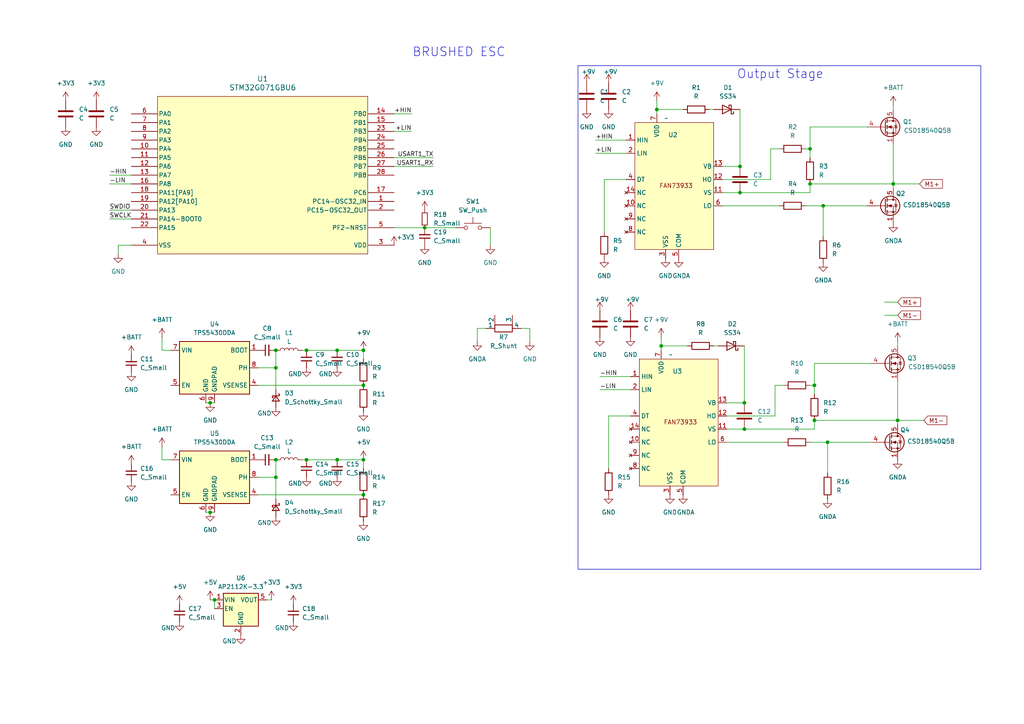
<source format=kicad_sch>
(kicad_sch (version 20231120) (generator "eeschema") (generator_version "8.0")
  (paper "A4")
  (title_block (title "Brushed ESC") (date "2024-12-22") (rev "1") (company "Cosmopilot"))
  (lib_symbols
    (symbol "Device:C" (pin_numbers hide) (pin_names (offset 0.254))
      (property "Reference" "C" (at 0.635 2.54 0))
      (property "Value" "C" (at 0.635 -2.54 0))
      (symbol "C_0_1"
        (polyline (pts (xy -2.032 -0.762) (xy 2.032 -0.762)) (stroke (width 0.508)))
        (polyline (pts (xy -2.032 0.762) (xy 2.032 0.762)) (stroke (width 0.508)))
      )
      (symbol "C_1_1"
        (pin passive line (at 0 3.81 270) (length 2.794) (name "~") (number "1"))
        (pin passive line (at 0 -3.81 90) (length 2.794) (name "~") (number "2"))
      )
    )
    (symbol "Device:C_Small" (pin_numbers hide) (pin_names (offset 0.254) hide)
      (property "Reference" "C" (at 0.254 1.778 0))
      (property "Value" "C_Small" (at 0.254 -2.032 0))
      (symbol "C_Small_0_1"
        (polyline (pts (xy -1.524 -0.508) (xy 1.524 -0.508)) (stroke (width 0.3302)))
        (polyline (pts (xy -1.524 0.508) (xy 1.524 0.508)) (stroke (width 0.3048)))
      )
      (symbol "C_Small_1_1"
        (pin passive line (at 0 2.54 270) (length 2.032) (name "~") (number "1"))
        (pin passive line (at 0 -2.54 90) (length 2.032) (name "~") (number "2"))
      )
    )
    (symbol "Device:D_Schottky_Small" (pin_numbers hide) (pin_names (offset 0.254) hide)
      (property "Reference" "D" (at -1.27 2.032 0))
      (property "Value" "D_Schottky_Small" (at -7.112 -2.032 0))
      (symbol "D_Schottky_Small_0_1"
        (polyline (pts (xy -0.762 0) (xy 0.762 0)))
        (polyline (pts (xy 0.762 -1.016) (xy -0.762 0) (xy 0.762 1.016) (xy 0.762 -1.016)) (stroke (width 0.254)))
        (polyline (pts (xy -1.27 0.762) (xy -1.27 1.016) (xy -0.762 1.016) (xy -0.762 -1.016) (xy -0.254 -1.016) (xy -0.254 -0.762)) (stroke (width 0.254)))
      )
      (symbol "D_Schottky_Small_1_1"
        (pin passive line (at -2.54 0 0) (length 1.778) (name "K") (number "1"))
        (pin passive line (at 2.54 0 180) (length 1.778) (name "A") (number "2"))
      )
    )
    (symbol "Device:L" (pin_numbers hide) (pin_names (offset 1.016) hide)
      (property "Reference" "L" (at -1.27 0 90))
      (property "Value" "L" (at 1.905 0 90))
      (symbol "L_0_1"
        (arc (start 0 -2.54) (mid 0.6323 -1.905) (end 0 -1.27))
        (arc (start 0 -1.27) (mid 0.6323 -0.635) (end 0 0))
        (arc (start 0 0) (mid 0.6323 0.635) (end 0 1.27))
        (arc (start 0 1.27) (mid 0.6323 1.905) (end 0 2.54))
      )
      (symbol "L_1_1"
        (pin passive line (at 0 3.81 270) (length 1.27) (name "1") (number "1"))
        (pin passive line (at 0 -3.81 90) (length 1.27) (name "2") (number "2"))
      )
    )
    (symbol "Device:R" (pin_numbers hide) (pin_names (offset 0))
      (property "Reference" "R" (at 2.032 0 90))
      (property "Value" "R" (at 0 0 90))
      (symbol "R_0_1"
        (rectangle (start -1.016 -2.54) (end 1.016 2.54) (stroke (width 0.254)))
      )
      (symbol "R_1_1"
        (pin passive line (at 0 3.81 270) (length 1.27) (name "~") (number "1"))
        (pin passive line (at 0 -3.81 90) (length 1.27) (name "~") (number "2"))
      )
    )
    (symbol "Device:R_Shunt" (pin_numbers hide) (pin_names (offset 0))
      (property "Reference" "R" (at -4.445 0 90))
      (property "Value" "R_Shunt" (at -2.54 0 90))
      (symbol "R_Shunt_0_1"
        (rectangle (start -1.016 -2.54) (end 1.016 2.54) (stroke (width 0.254)))
        (polyline (pts (xy 0 -2.54) (xy 1.27 -2.54)))
        (polyline (pts (xy 1.27 2.54) (xy 0 2.54)))
      )
      (symbol "R_Shunt_1_1"
        (pin passive line (at 0 5.08 270) (length 2.54) (name "1") (number "1"))
        (pin passive line (at 3.81 2.54 180) (length 2.54) (name "2") (number "2"))
        (pin passive line (at 3.81 -2.54 180) (length 2.54) (name "3") (number "3"))
        (pin passive line (at 0 -5.08 90) (length 2.54) (name "4") (number "4"))
      )
    )
    (symbol "Device:R_Small" (pin_numbers hide) (pin_names (offset 0.254) hide)
      (property "Reference" "R" (at 0.762 0.508 0))
      (property "Value" "R_Small" (at 0.762 -1.016 0))
      (symbol "R_Small_0_1"
        (rectangle (start -0.762 1.778) (end 0.762 -1.778) (stroke (width 0.2032)))
      )
      (symbol "R_Small_1_1"
        (pin passive line (at 0 2.54 270) (length 0.762) (name "~") (number "1"))
        (pin passive line (at 0 -2.54 90) (length 0.762) (name "~") (number "2"))
      )
    )
    (symbol "Diode:SS34" (pin_numbers hide) (pin_names (offset 1.016) hide)
      (property "Reference" "D" (at 0 2.54 0))
      (property "Value" "SS34" (at 0 -2.54 0))
      (symbol "SS34_0_1"
        (polyline (pts (xy 1.27 0) (xy -1.27 0)))
        (polyline (pts (xy 1.27 1.27) (xy 1.27 -1.27) (xy -1.27 0) (xy 1.27 1.27)) (stroke (width 0.254)))
        (polyline (pts (xy -1.905 0.635) (xy -1.905 1.27) (xy -1.27 1.27) (xy -1.27 -1.27) (xy -0.635 -1.27) (xy -0.635 -0.635)) (stroke (width 0.254)))
      )
      (symbol "SS34_1_1"
        (pin passive line (at -3.81 0 0) (length 2.54) (name "K") (number "1"))
        (pin passive line (at 3.81 0 180) (length 2.54) (name "A") (number "2"))
      )
    )
    (symbol "Regulator_Linear:AP2112K-3.3" (pin_names (offset 0.254))
      (property "Reference" "U" (at -5.08 5.715 0))
      (property "Value" "AP2112K-3.3" (at 0 5.715 0))
      (symbol "AP2112K-3.3_0_1"
        (rectangle (start -5.08 4.445) (end 5.08 -5.08) (stroke (width 0.254)) (fill (type background)))
      )
      (symbol "AP2112K-3.3_1_1"
        (pin power_in line (at -7.62 2.54 0) (length 2.54) (name "VIN") (number "1"))
        (pin power_in line (at 0 -7.62 90) (length 2.54) (name "GND") (number "2"))
        (pin input line (at -7.62 0 0) (length 2.54) (name "EN") (number "3"))
        (pin no_connect line (at 5.08 0 180) (length 2.54) hide (name "NC") (number "4"))
        (pin power_out line (at 7.62 2.54 180) (length 2.54) (name "VOUT") (number "5"))
      )
    )
    (symbol "Regulator_Switching:TPS5430DDA"
      (property "Reference" "U" (at -10.16 8.89 0))
      (property "Value" "TPS5430DDA" (at -1.27 8.89 0))
      (symbol "TPS5430DDA_0_1"
        (rectangle (start -10.16 7.62) (end 10.16 -7.62) (stroke (width 0.254)) (fill (type background)))
      )
      (symbol "TPS5430DDA_1_1"
        (pin input line (at 12.7 5.08 180) (length 2.54) (name "BOOT") (number "1"))
        (pin no_connect line (at -10.16 2.54 0) (length 2.54) hide (name "NC") (number "2"))
        (pin no_connect line (at -10.16 -2.54 0) (length 2.54) hide (name "NC") (number "3"))
        (pin input line (at 12.7 -5.08 180) (length 2.54) (name "VSENSE") (number "4"))
        (pin input line (at -12.7 -5.08 0) (length 2.54) (name "EN") (number "5"))
        (pin power_in line (at -2.54 -10.16 90) (length 2.54) (name "GND") (number "6"))
        (pin power_in line (at -12.7 5.08 0) (length 2.54) (name "VIN") (number "7"))
        (pin output line (at 12.7 0 180) (length 2.54) (name "PH") (number "8"))
        (pin power_in line (at 0 -10.16 90) (length 2.54) (name "GNDPAD") (number "9"))
      )
    )
    (symbol "STM32G071:STM32G071GBU6" (pin_names (offset 0.254))
      (property "Reference" "U1" (at 38.1 10.16 0))
      (property "Value" "STM32G071GBU6" (at 38.1 7.62 0))
      (symbol "STM32G071GBU6_0_1"
        (pin bidirectional line (at 76.2 -25.4 180) (length 7.62) (name "PC14-OSC32_IN") (number "1"))
        (pin bidirectional line (at 0 -10.16 0) (length 7.62) (name "PA4") (number "10"))
        (pin bidirectional line (at 0 -12.7 0) (length 7.62) (name "PA5") (number "11"))
        (pin bidirectional line (at 0 -15.24 0) (length 7.62) (name "PA6") (number "12"))
        (pin bidirectional line (at 0 -17.78 0) (length 7.62) (name "PA7") (number "13"))
        (pin bidirectional line (at 76.2 0 180) (length 7.62) (name "PB0") (number "14"))
        (pin bidirectional line (at 76.2 -2.54 180) (length 7.62) (name "PB1") (number "15"))
        (pin bidirectional line (at 0 -20.32 0) (length 7.62) (name "PA8") (number "16"))
        (pin bidirectional line (at 76.2 -22.86 180) (length 7.62) (name "PC6") (number "17"))
        (pin bidirectional line (at 0 -22.86 0) (length 7.62) (name "PA11[PA9]") (number "18"))
        (pin bidirectional line (at 0 -25.4 0) (length 7.62) (name "PA12[PA10]") (number "19"))
        (pin bidirectional line (at 76.2 -27.94 180) (length 7.62) (name "PC15-OSC32_OUT") (number "2"))
        (pin bidirectional line (at 0 -27.94 0) (length 7.62) (name "PA13") (number "20"))
        (pin bidirectional line (at 0 -30.48 0) (length 7.62) (name "PA14-BOOT0") (number "21"))
        (pin bidirectional line (at 0 -33.02 0) (length 7.62) (name "PA15") (number "22"))
        (pin bidirectional line (at 76.2 -5.08 180) (length 7.62) (name "PB3") (number "23"))
        (pin bidirectional line (at 76.2 -7.62 180) (length 7.62) (name "PB4") (number "24"))
        (pin bidirectional line (at 76.2 -10.16 180) (length 7.62) (name "PB5") (number "25"))
        (pin bidirectional line (at 76.2 -12.7 180) (length 7.62) (name "PB6") (number "26"))
        (pin bidirectional line (at 76.2 -15.24 180) (length 7.62) (name "PB7") (number "27"))
        (pin bidirectional line (at 76.2 -17.78 180) (length 7.62) (name "PB8") (number "28"))
        (pin power_in line (at 76.2 -38.1 180) (length 7.62) (name "VDD") (number "3"))
        (pin power_in line (at 0 -38.1 0) (length 7.62) (name "VSS") (number "4"))
        (pin bidirectional line (at 76.2 -33.02 180) (length 7.62) (name "PF2-NRST") (number "5"))
        (pin bidirectional line (at 0 0 0) (length 7.62) (name "PA0") (number "6"))
        (pin bidirectional line (at 0 -2.54 0) (length 7.62) (name "PA1") (number "7"))
        (pin bidirectional line (at 0 -5.08 0) (length 7.62) (name "PA2") (number "8"))
        (pin bidirectional line (at 0 -7.62 0) (length 7.62) (name "PA3") (number "9"))
      )
      (symbol "STM32G071GBU6_1_1"
        (rectangle (start 7.62 5.08) (end 68.58 -40.64) (fill (type background)))
      )
    )
    (symbol "Switch:SW_Push" (pin_numbers hide) (pin_names (offset 1.016) hide)
      (property "Reference" "SW" (at 1.27 2.54 0))
      (property "Value" "SW_Push" (at 0 -1.524 0))
      (symbol "SW_Push_0_1"
        (circle (center -2.032 0) (radius 0.508))
        (polyline (pts (xy 0 1.27) (xy 0 3.048)))
        (polyline (pts (xy 2.54 1.27) (xy -2.54 1.27)))
        (circle (center 2.032 0) (radius 0.508))
        (pin passive line (at -5.08 0 0) (length 2.54) (name "1") (number "1"))
        (pin passive line (at 5.08 0 180) (length 2.54) (name "2") (number "2"))
      )
    )
    (symbol "Transistor_FET:CSD18540Q5B" (pin_names hide)
      (property "Reference" "Q" (at 5.08 1.905 0))
      (property "Value" "CSD18540Q5B" (at 5.08 0 0))
      (symbol "CSD18540Q5B_0_1"
        (polyline (pts (xy 0.254 0) (xy -2.54 0)))
        (polyline (pts (xy 0.254 1.905) (xy 0.254 -1.905)) (stroke (width 0.254)))
        (polyline (pts (xy 0.762 -1.27) (xy 0.762 -2.286)) (stroke (width 0.254)))
        (polyline (pts (xy 0.762 0.508) (xy 0.762 -0.508)) (stroke (width 0.254)))
        (polyline (pts (xy 0.762 2.286) (xy 0.762 1.27)) (stroke (width 0.254)))
        (polyline (pts (xy 2.54 2.54) (xy 2.54 1.778)))
        (polyline (pts (xy 2.54 -2.54) (xy 2.54 0) (xy 0.762 0)))
        (polyline (pts (xy 0.762 -1.778) (xy 3.302 -1.778) (xy 3.302 1.778) (xy 0.762 1.778)))
        (polyline (pts (xy 1.016 0) (xy 2.032 0.381) (xy 2.032 -0.381) (xy 1.016 0)) (fill (type outline)))
        (polyline (pts (xy 2.794 0.508) (xy 2.921 0.381) (xy 3.683 0.381) (xy 3.81 0.254)))
        (polyline (pts (xy 3.302 0.381) (xy 2.921 -0.254) (xy 3.683 -0.254) (xy 3.302 0.381)))
        (circle (center 1.651 0) (radius 2.794) (stroke (width 0.254)))
        (circle (center 2.54 -1.778) (radius 0.254) (fill (type outline)))
        (circle (center 2.54 1.778) (radius 0.254) (fill (type outline)))
      )
      (symbol "CSD18540Q5B_1_1"
        (pin passive line (at 2.54 -5.08 90) (length 2.54) (name "S") (number "1"))
        (pin passive line (at 2.54 -5.08 90) (length 2.54) hide (name "S") (number "2"))
        (pin passive line (at 2.54 -5.08 90) (length 2.54) hide (name "S") (number "3"))
        (pin passive line (at -5.08 0 0) (length 2.54) (name "G") (number "4"))
        (pin passive line (at 2.54 5.08 270) (length 2.54) (name "D") (number "5"))
      )
    )
    (symbol "fan73933gatedriveric_1"
      (property "Reference" "U" (at 14.986 1.524 0))
      (symbol "fan73933gatedriveric_1_1_1"
        (rectangle (start -5.08 0) (end 17.78 -36.83) (fill (type background)))
        (text "FAN73933\n" (at 6.858 -18.288 0) (effects (font (size 1.27 1.27))))
        (pin input line (at -7.62 -5.08 0) (length 2.54) (name "HIN") (number "1"))
        (pin no_connect line (at -7.62 -24.13 0) (length 2.54) (name "NC") (number "10"))
        (pin input line (at 20.32 -20.32 180) (length 2.54) (name "VS") (number "11"))
        (pin output line (at 20.32 -16.51 180) (length 2.54) (name "HO") (number "12"))
        (pin output line (at 20.32 -12.7 180) (length 2.54) (name "VB") (number "13"))
        (pin no_connect line (at -7.62 -20.32 0) (length 2.54) (name "NC") (number "14"))
        (pin input line (at -7.62 -8.89 0) (length 2.54) (name "LIN") (number "2"))
        (pin passive line (at 3.81 -39.37 90) (length 2.54) (name "VSS") (number "3"))
        (pin passive line (at -7.62 -16.51 0) (length 2.54) (name "DT") (number "4"))
        (pin passive line (at 7.62 -39.37 90) (length 2.54) (name "COM") (number "5"))
        (pin passive line (at 20.32 -24.13 180) (length 2.54) (name "LO") (number "6"))
        (pin power_in line (at 1.27 2.54 270) (length 2.54) (name "VDD") (number "7"))
        (pin no_connect line (at -7.62 -31.75 0) (length 2.54) (name "NC") (number "8"))
        (pin no_connect line (at -7.62 -27.94 0) (length 2.54) (name "NC") (number "9"))
      )
    )
    (symbol "power:+3V3" (power) (pin_numbers hide) (pin_names (offset 0) hide)
      (property "Value" "+3V3" (at 0 3.556 0))
      (symbol "+3V3_0_1"
        (polyline (pts (xy -0.762 1.27) (xy 0 2.54)))
        (polyline (pts (xy 0 0) (xy 0 2.54)))
        (polyline (pts (xy 0 2.54) (xy 0.762 1.27)))
      )
      (symbol "+3V3_1_1"
        (pin power_in line (at 0 0 90) (length 0) (name "~") (number "1"))
      )
    )
    (symbol "power:+5V" (power) (pin_numbers hide) (pin_names (offset 0) hide)
      (property "Value" "+5V" (at 0 3.556 0))
      (symbol "+5V_0_1"
        (polyline (pts (xy -0.762 1.27) (xy 0 2.54)))
        (polyline (pts (xy 0 0) (xy 0 2.54)))
        (polyline (pts (xy 0 2.54) (xy 0.762 1.27)))
      )
      (symbol "+5V_1_1"
        (pin power_in line (at 0 0 90) (length 0) (name "~") (number "1"))
      )
    )
    (symbol "power:+9V" (power) (pin_numbers hide) (pin_names (offset 0) hide)
      (property "Value" "+9V" (at 0 3.556 0))
      (symbol "+9V_0_1"
        (polyline (pts (xy -0.762 1.27) (xy 0 2.54)))
        (polyline (pts (xy 0 0) (xy 0 2.54)))
        (polyline (pts (xy 0 2.54) (xy 0.762 1.27)))
      )
      (symbol "+9V_1_1"
        (pin power_in line (at 0 0 90) (length 0) (name "~") (number "1"))
      )
    )
    (symbol "power:+BATT" (power) (pin_numbers hide) (pin_names (offset 0) hide)
      (property "Value" "+BATT" (at 0 3.556 0))
      (symbol "+BATT_0_1"
        (polyline (pts (xy -0.762 1.27) (xy 0 2.54)))
        (polyline (pts (xy 0 0) (xy 0 2.54)))
        (polyline (pts (xy 0 2.54) (xy 0.762 1.27)))
      )
      (symbol "+BATT_1_1"
        (pin power_in line (at 0 0 90) (length 0) (name "~") (number "1"))
      )
    )
    (symbol "power:GND" (power) (pin_numbers hide) (pin_names (offset 0) hide)
      (property "Value" "GND" (at 0 -3.81 0))
      (symbol "GND_0_1"
        (polyline (pts (xy 0 0) (xy 0 -1.27) (xy 1.27 -1.27) (xy 0 -2.54) (xy -1.27 -1.27) (xy 0 -1.27)))
      )
      (symbol "GND_1_1"
        (pin power_in line (at 0 0 270) (length 0) (name "~") (number "1"))
      )
    )
    (symbol "power:GNDA" (power) (pin_numbers hide) (pin_names (offset 0) hide)
      (property "Value" "GNDA" (at 0 -3.81 0))
      (symbol "GNDA_0_1"
        (polyline (pts (xy 0 0) (xy 0 -1.27) (xy 1.27 -1.27) (xy 0 -2.54) (xy -1.27 -1.27) (xy 0 -1.27)))
      )
      (symbol "GNDA_1_1"
        (pin power_in line (at 0 0 270) (length 0) (name "~") (number "1"))
      )
    )
  )
  (junction (at 105.41 111.76))
  (junction (at 123.19 66.04))
  (junction (at 238.76 59.69))
  (junction (at 62.23 173.99))
  (junction (at 234.95 43.18))
  (junction (at 80.01 133.35))
  (junction (at 88.9 133.35))
  (junction (at 80.01 138.43))
  (junction (at 80.01 106.68))
  (junction (at 260.35 121.92))
  (junction (at 190.5 31.75))
  (junction (at 60.96 148.59))
  (junction (at 97.79 101.6))
  (junction (at 236.22 111.76))
  (junction (at 105.41 101.6))
  (junction (at 259.08 53.34))
  (junction (at 80.01 101.6))
  (junction (at 105.41 133.35))
  (junction (at 97.79 133.35))
  (junction (at 214.63 55.88))
  (junction (at 236.22 121.92))
  (junction (at 191.77 100.33))
  (junction (at 240.03 128.27))
  (junction (at 88.9 101.6))
  (junction (at 215.9 116.84))
  (junction (at 105.41 143.51))
  (junction (at 215.9 124.46))
  (junction (at 234.95 53.34))
  (junction (at 60.96 116.84))
  (junction (at 214.63 48.26))
  (wire (pts (xy 60.96 173.99) (xy 62.23 173.99)))
  (wire (pts (xy 252.73 128.27) (xy 240.03 128.27)))
  (wire (pts (xy 233.68 59.69) (xy 238.76 59.69)))
  (wire (pts (xy 138.43 99.06) (xy 138.43 95.25)))
  (wire (pts (xy 74.93 111.76) (xy 105.41 111.76)))
  (wire (pts (xy 191.77 97.79) (xy 191.77 100.33)))
  (wire (pts (xy 34.29 71.12) (xy 38.1 71.12)))
  (wire (pts (xy 77.47 173.99) (xy 78.74 173.99)))
  (wire (pts (xy 210.82 124.46) (xy 215.9 124.46)))
  (wire (pts (xy 233.68 43.18) (xy 234.95 43.18)))
  (wire (pts (xy 205.74 31.75) (xy 207.01 31.75)))
  (wire (pts (xy 80.01 101.6) (xy 80.01 106.68)))
  (wire (pts (xy 251.46 36.83) (xy 234.95 36.83)))
  (wire (pts (xy 138.43 95.25) (xy 140.97 95.25)))
  (wire (pts (xy 209.55 55.88) (xy 214.63 55.88)))
  (wire (pts (xy 191.77 100.33) (xy 191.77 101.6)))
  (wire (pts (xy 105.41 133.35) (xy 105.41 135.89)))
  (wire (pts (xy 223.52 52.07) (xy 209.55 52.07)))
  (wire (pts (xy 114.3 38.1) (xy 119.38 38.1)))
  (wire (pts (xy 236.22 111.76) (xy 236.22 114.3)))
  (wire (pts (xy 259.08 41.91) (xy 259.08 53.34)))
  (wire (pts (xy 224.79 120.65) (xy 210.82 120.65)))
  (wire (pts (xy 59.69 148.59) (xy 60.96 148.59)))
  (wire (pts (xy 209.55 48.26) (xy 214.63 48.26)))
  (wire (pts (xy 114.3 33.02) (xy 119.38 33.02)))
  (wire (pts (xy 175.26 52.07) (xy 181.61 52.07)))
  (wire (pts (xy 234.95 36.83) (xy 234.95 43.18)))
  (wire (pts (xy 234.95 43.18) (xy 234.95 45.72)))
  (wire (pts (xy 74.93 138.43) (xy 80.01 138.43)))
  (wire (pts (xy 226.06 43.18) (xy 223.52 43.18)))
  (wire (pts (xy 238.76 59.69) (xy 238.76 68.58)))
  (wire (pts (xy 190.5 31.75) (xy 190.5 33.02)))
  (wire (pts (xy 46.99 133.35) (xy 46.99 129.54)))
  (wire (pts (xy 240.03 128.27) (xy 240.03 137.16)))
  (wire (pts (xy 60.96 116.84) (xy 62.23 116.84)))
  (wire (pts (xy 234.95 128.27) (xy 240.03 128.27)))
  (wire (pts (xy 80.01 106.68) (xy 80.01 113.03)))
  (wire (pts (xy 207.01 100.33) (xy 208.28 100.33)))
  (wire (pts (xy 97.79 101.6) (xy 105.41 101.6)))
  (wire (pts (xy 173.99 109.22) (xy 182.88 109.22)))
  (wire (pts (xy 49.53 133.35) (xy 46.99 133.35)))
  (wire (pts (xy 260.35 110.49) (xy 260.35 121.92)))
  (wire (pts (xy 173.99 113.03) (xy 182.88 113.03)))
  (wire (pts (xy 267.97 121.92) (xy 260.35 121.92)))
  (wire (pts (xy 234.95 53.34) (xy 259.08 53.34)))
  (wire (pts (xy 215.9 100.33) (xy 215.9 116.84)))
  (wire (pts (xy 214.63 31.75) (xy 214.63 48.26)))
  (wire (pts (xy 190.5 31.75) (xy 198.12 31.75)))
  (wire (pts (xy 224.79 111.76) (xy 224.79 120.65)))
  (wire (pts (xy 80.01 133.35) (xy 80.01 138.43)))
  (wire (pts (xy 31.75 50.8) (xy 38.1 50.8)))
  (wire (pts (xy 114.3 66.04) (xy 123.19 66.04)))
  (wire (pts (xy 97.79 133.35) (xy 105.41 133.35)))
  (wire (pts (xy 251.46 59.69) (xy 238.76 59.69)))
  (wire (pts (xy 123.19 66.04) (xy 132.08 66.04)))
  (wire (pts (xy 236.22 121.92) (xy 260.35 121.92)))
  (wire (pts (xy 114.3 48.26) (xy 125.73 48.26)))
  (wire (pts (xy 176.53 135.89) (xy 176.53 120.65)))
  (wire (pts (xy 153.67 95.25) (xy 151.13 95.25)))
  (wire (pts (xy 234.95 111.76) (xy 236.22 111.76)))
  (wire (pts (xy 80.01 138.43) (xy 80.01 144.78)))
  (wire (pts (xy 74.93 143.51) (xy 105.41 143.51)))
  (wire (pts (xy 105.41 101.6) (xy 105.41 104.14)))
  (wire (pts (xy 31.75 63.5) (xy 38.1 63.5)))
  (wire (pts (xy 210.82 128.27) (xy 227.33 128.27)))
  (wire (pts (xy 31.75 60.96) (xy 38.1 60.96)))
  (wire (pts (xy 256.54 87.63) (xy 260.35 87.63)))
  (wire (pts (xy 38.1 53.34) (xy 31.75 53.34)))
  (wire (pts (xy 223.52 43.18) (xy 223.52 52.07)))
  (wire (pts (xy 142.24 66.04) (xy 142.24 71.12)))
  (wire (pts (xy 88.9 101.6) (xy 97.79 101.6)))
  (wire (pts (xy 209.55 59.69) (xy 226.06 59.69)))
  (wire (pts (xy 266.7 53.34) (xy 259.08 53.34)))
  (wire (pts (xy 252.73 105.41) (xy 236.22 105.41)))
  (wire (pts (xy 114.3 45.72) (xy 125.73 45.72)))
  (wire (pts (xy 215.9 124.46) (xy 236.22 124.46)))
  (wire (pts (xy 190.5 29.21) (xy 190.5 31.75)))
  (wire (pts (xy 46.99 101.6) (xy 46.99 97.79)))
  (wire (pts (xy 49.53 101.6) (xy 46.99 101.6)))
  (wire (pts (xy 210.82 116.84) (xy 215.9 116.84)))
  (wire (pts (xy 176.53 120.65) (xy 182.88 120.65)))
  (wire (pts (xy 236.22 121.92) (xy 236.22 124.46)))
  (wire (pts (xy 234.95 53.34) (xy 234.95 55.88)))
  (wire (pts (xy 74.93 106.68) (xy 80.01 106.68)))
  (wire (pts (xy 88.9 133.35) (xy 97.79 133.35)))
  (wire (pts (xy 175.26 67.31) (xy 175.26 52.07)))
  (wire (pts (xy 259.08 30.48) (xy 259.08 31.75)))
  (wire (pts (xy 191.77 100.33) (xy 199.39 100.33)))
  (wire (pts (xy 214.63 55.88) (xy 234.95 55.88)))
  (wire (pts (xy 172.72 44.45) (xy 181.61 44.45)))
  (wire (pts (xy 260.35 121.92) (xy 260.35 123.19)))
  (wire (pts (xy 87.63 101.6) (xy 88.9 101.6)))
  (wire (pts (xy 172.72 40.64) (xy 181.61 40.64)))
  (wire (pts (xy 256.54 91.44) (xy 260.35 91.44)))
  (wire (pts (xy 62.23 173.99) (xy 62.23 176.53)))
  (wire (pts (xy 153.67 99.06) (xy 153.67 95.25)))
  (wire (pts (xy 34.29 73.66) (xy 34.29 71.12)))
  (wire (pts (xy 260.35 99.06) (xy 260.35 100.33)))
  (wire (pts (xy 60.96 148.59) (xy 62.23 148.59)))
  (wire (pts (xy 227.33 111.76) (xy 224.79 111.76)))
  (wire (pts (xy 259.08 53.34) (xy 259.08 54.61)))
  (wire (pts (xy 59.69 116.84) (xy 60.96 116.84)))
  (wire (pts (xy 236.22 105.41) (xy 236.22 111.76)))
  (wire (pts (xy 87.63 133.35) (xy 88.9 133.35)))
  (rectangle (start 167.64 19.05) (end 284.48 165.1))
  (text "BRUSHED ESC" (at 133.096 15.24 0) (effects (font (size 2.54 2.54))))
  (text "Output Stage" (at 226.314 21.59 0) (effects (font (size 2.54 2.54))))
  (label "-LIN" (at 31.75 53.34 0))
  (label "+LIN" (at 172.72 44.45 0))
  (label "-HIN" (at 31.75 50.8 0))
  (label "-LIN" (at 173.99 113.03 0))
  (label "-HIN" (at 173.99 109.22 0))
  (label "SWCLK" (at 31.75 63.5 0))
  (label "+LIN" (at 119.38 38.1 180))
  (label "USART1_RX" (at 125.73 48.26 180))
  (label "SWDIO" (at 31.75 60.96 0))
  (label "USART1_TX" (at 125.73 45.72 180))
  (label "+HIN" (at 119.38 33.02 180))
  (label "+HIN" (at 172.72 40.64 0))
  (global_label "M1-" (shape input) (at 260.35 91.44 0) (property "Intersheetrefs" "${INTERSHEET_REFS}" (effects (hide yes))))
  (global_label "M1-" (shape input) (at 267.97 121.92 0) (property "Intersheetrefs" "${INTERSHEET_REFS}" (effects (hide yes))))
  (global_label "M1+" (shape input) (at 266.7 53.34 0) (property "Intersheetrefs" "${INTERSHEET_REFS}" (effects (hide yes))))
  (global_label "M1+" (shape input) (at 260.35 87.63 0) (property "Intersheetrefs" "${INTERSHEET_REFS}" (effects (hide yes))))
  (symbol (lib_id "Device:R") (at 231.14 111.76 90) (unit 1)
    (property "Reference" "R10" (at 231.14 105.41 90))
    (property "Value" "R" (at 231.14 107.95 90))
    (property "Footprint" "Resistor_SMD:R_0603_1608Metric" (effects (hide yes)))
    (property "Description" "Resistor" (effects (hide yes)))
  )
  (symbol (lib_id "power:GND") (at 194.31 143.51 0) (unit 1)
    (property "Reference" "#PWR043" (effects (hide yes)))
    (property "Value" "GND" (at 194.31 148.59 0))
    (property "Description" "Power symbol creates a global label with name \"GND\" , ground" (effects (hide yes)))
  )
  (symbol (lib_id "power:GND") (at 176.53 143.51 0) (unit 1)
    (property "Reference" "#PWR042" (effects (hide yes)))
    (property "Value" "GND" (at 176.53 148.59 0))
    (property "Description" "Power symbol creates a global label with name \"GND\" , ground" (effects (hide yes)))
  )
  (symbol (lib_id "Transistor_FET:CSD18540Q5B") (at 257.81 105.41 0) (unit 1)
    (property "Reference" "Q3" (at 263.144 103.886 0) (effects (justify left)))
    (property "Value" "CSD18540Q5B" (at 263.398 106.426 0) (effects (justify left)))
    (property "Footprint" "Package_SON:Infineon_PG-TDSON-8_6.15x5.15mm" (effects (hide yes)))
    (property "Datasheet" "http://www.ti.com/lit/gpn/csd18540q5b" (effects (hide yes)))
    (property "Description" "100A Id, 60V Vds, NexFET N-Channel Power MOSFET, 2.2mOhm Ron, 41nC Qg(typ), SON8 5x6mm" (effects (hide yes)))
  )
  (symbol (lib_id "power:GND") (at 105.41 119.38 0) (unit 1)
    (property "Reference" "#PWR034" (effects (hide yes)))
    (property "Value" "GND" (at 105.41 124.46 0))
    (property "Description" "Power symbol creates a global label with name \"GND\" , ground" (effects (hide yes)))
  )
  (symbol (lib_id "Device:D_Schottky_Small") (at 80.01 147.32 270) (unit 1)
    (property "Reference" "D4" (at 82.55 145.7959 90) (effects (justify left)))
    (property "Value" "D_Schottky_Small" (at 82.55 148.3359 90) (effects (justify left)))
    (property "Description" "Schottky diode, small symbol" (effects (hide yes)))
  )
  (symbol (lib_id "Transistor_FET:CSD18540Q5B") (at 256.54 36.83 0) (unit 1)
    (property "Reference" "Q1" (at 261.874 35.306 0) (effects (justify left)))
    (property "Value" "CSD18540Q5B" (at 262.128 37.846 0) (effects (justify left)))
    (property "Footprint" "Package_SON:Infineon_PG-TDSON-8_6.15x5.15mm" (effects (hide yes)))
    (property "Datasheet" "http://www.ti.com/lit/gpn/csd18540q5b" (effects (hide yes)))
    (property "Description" "100A Id, 60V Vds, NexFET N-Channel Power MOSFET, 2.2mOhm Ron, 41nC Qg(typ), SON8 5x6mm" (effects (hide yes)))
  )
  (symbol (lib_id "power:+9V") (at 176.53 24.13 0) (unit 1)
    (property "Reference" "#PWR02" (effects (hide yes)))
    (property "Value" "+9V" (at 177.038 20.828 0))
    (property "Description" "Power symbol creates a global label with name \"+9V\"" (effects (hide yes)))
  )
  (symbol (lib_id "Device:R") (at 203.2 100.33 90) (unit 1)
    (property "Reference" "R8" (at 203.2 93.98 90))
    (property "Value" "R" (at 203.2 96.52 90))
    (property "Footprint" "Resistor_SMD:R_0603_1608Metric" (effects (hide yes)))
    (property "Description" "Resistor" (effects (hide yes)))
  )
  (symbol (lib_id "Device:C_Small") (at 97.79 104.14 180) (unit 1)
    (property "Reference" "C10" (at 100.33 102.8635 0) (effects (justify right)))
    (property "Value" "C_Small" (at 100.33 105.4035 0) (effects (justify right)))
    (property "Description" "Unpolarized capacitor, small symbol" (effects (hide yes)))
  )
  (symbol (lib_id "power:+9V") (at 173.99 90.17 0) (unit 1)
    (property "Reference" "#PWR018" (effects (hide yes)))
    (property "Value" "+9V" (at 174.498 86.868 0))
    (property "Description" "Power symbol creates a global label with name \"+9V\"" (effects (hide yes)))
  )
  (symbol (lib_id "power:+3V3") (at 114.3 71.12 0) (unit 1)
    (property "Reference" "#PWR08" (effects (hide yes)))
    (property "Value" "+3V3" (at 117.602 68.834 0))
    (property "Description" "Power symbol creates a global label with name \"+3V3\"" (effects (hide yes)))
  )
  (symbol (lib_name "fan73933gatedriveric_1") (lib_id "OWN:fan73933gatedriveric") (at 190.5 104.14 0) (unit 1)
    (property "Reference" "U3" (at 195.072 107.696 0) (effects (justify left)))
    (property "Value" "~" (at 193.9641 102.87 0) (effects (justify left)))
    (property "Footprint" "Package_SO:SOIC-14_3.9x8.7mm_P1.27mm" (effects (hide yes)))
  )
  (symbol (lib_id "Device:C") (at 215.9 120.65 0) (unit 1)
    (property "Reference" "C12" (at 219.71 119.3799 0) (effects (justify left)))
    (property "Value" "C" (at 219.71 121.9199 0) (effects (justify left)))
    (property "Footprint" "Capacitor_SMD:C_1206_3216Metric_Pad1.33x1.80mm_HandSolder" (effects (hide yes)))
    (property "Description" "Unpolarized capacitor" (effects (hide yes)))
  )
  (symbol (lib_id "power:GNDA") (at 138.43 99.06 0) (unit 1)
    (property "Reference" "#PWR024" (effects (hide yes)))
    (property "Value" "GNDA" (at 138.43 104.14 0))
    (property "Description" "Power symbol creates a global label with name \"GNDA\" , analog ground" (effects (hide yes)))
  )
  (symbol (lib_id "power:+3V3") (at 27.94 29.21 0) (unit 1)
    (property "Reference" "#PWR010" (effects (hide yes)))
    (property "Value" "+3V3" (at 27.94 24.13 0))
    (property "Description" "Power symbol creates a global label with name \"+3V3\"" (effects (hide yes)))
  )
  (symbol (lib_id "Device:C_Small") (at 85.09 177.8 180) (unit 1)
    (property "Reference" "C18" (at 87.63 176.5235 0) (effects (justify right)))
    (property "Value" "C_Small" (at 87.63 179.0635 0) (effects (justify right)))
    (property "Description" "Unpolarized capacitor, small symbol" (effects (hide yes)))
  )
  (symbol (lib_id "power:+5V") (at 52.07 175.26 0) (unit 1)
    (property "Reference" "#PWR050" (effects (hide yes)))
    (property "Value" "+5V" (at 52.07 170.18 0))
    (property "Description" "Power symbol creates a global label with name \"+5V\"" (effects (hide yes)))
  )
  (symbol (lib_id "power:GND") (at 19.05 36.83 0) (unit 1)
    (property "Reference" "#PWR015" (effects (hide yes)))
    (property "Value" "GND" (at 19.05 41.91 0))
    (property "Description" "Power symbol creates a global label with name \"GND\" , ground" (effects (hide yes)))
  )
  (symbol (lib_id "Device:R") (at 201.93 31.75 90) (unit 1)
    (property "Reference" "R1" (at 201.93 25.4 90))
    (property "Value" "R" (at 201.93 27.94 90))
    (property "Footprint" "Resistor_SMD:R_0603_1608Metric" (effects (hide yes)))
    (property "Description" "Resistor" (effects (hide yes)))
  )
  (symbol (lib_id "Device:R") (at 234.95 49.53 0) (unit 1)
    (property "Reference" "R3" (at 237.49 48.2599 0) (effects (justify left)))
    (property "Value" "R" (at 237.49 50.7999 0) (effects (justify left)))
    (property "Footprint" "Resistor_SMD:R_0603_1608Metric" (effects (hide yes)))
    (property "Description" "Resistor" (effects (hide yes)))
  )
  (symbol (lib_id "Device:C") (at 176.53 27.94 0) (unit 1)
    (property "Reference" "C2" (at 180.34 26.6699 0) (effects (justify left)))
    (property "Value" "C" (at 180.34 29.2099 0) (effects (justify left)))
    (property "Footprint" "Capacitor_SMD:C_0805_2012Metric" (effects (hide yes)))
    (property "Description" "Unpolarized capacitor" (effects (hide yes)))
  )
  (symbol (lib_id "Device:R") (at 240.03 140.97 0) (unit 1)
    (property "Reference" "R16" (at 242.57 139.6999 0) (effects (justify left)))
    (property "Value" "R" (at 242.57 142.2399 0) (effects (justify left)))
    (property "Footprint" "Resistor_SMD:R_0603_1608Metric" (effects (hide yes)))
    (property "Description" "Resistor" (effects (hide yes)))
  )
  (symbol (lib_id "power:+9V") (at 182.88 90.17 0) (unit 1)
    (property "Reference" "#PWR019" (effects (hide yes)))
    (property "Value" "+9V" (at 183.388 86.868 0))
    (property "Description" "Power symbol creates a global label with name \"+9V\"" (effects (hide yes)))
  )
  (symbol (lib_id "power:+3V3") (at 85.09 175.26 0) (unit 1)
    (property "Reference" "#PWR052" (effects (hide yes)))
    (property "Value" "+3V3" (at 85.09 170.18 0))
    (property "Description" "Power symbol creates a global label with name \"+3V3\"" (effects (hide yes)))
  )
  (symbol (lib_id "power:GNDA") (at 240.03 144.78 0) (unit 1)
    (property "Reference" "#PWR045" (effects (hide yes)))
    (property "Value" "GNDA" (at 240.03 149.86 0))
    (property "Description" "Power symbol creates a global label with name \"GNDA\" , analog ground" (effects (hide yes)))
  )
  (symbol (lib_id "power:GNDA") (at 198.12 143.51 0) (unit 1)
    (property "Reference" "#PWR044" (effects (hide yes)))
    (property "Value" "GNDA" (at 198.882 148.59 0))
    (property "Description" "Power symbol creates a global label with name \"GNDA\" , analog ground" (effects (hide yes)))
  )
  (symbol (lib_id "power:GND") (at 142.24 71.12 0) (unit 1)
    (property "Reference" "#PWR058" (effects (hide yes)))
    (property "Value" "GND" (at 142.24 76.2 0))
    (property "Description" "Power symbol creates a global label with name \"GND\" , ground" (effects (hide yes)))
  )
  (symbol (lib_id "power:+BATT") (at 260.35 99.06 0) (unit 1)
    (property "Reference" "#PWR026" (effects (hide yes)))
    (property "Value" "+BATT" (at 260.35 93.98 0))
    (property "Description" "Power symbol creates a global label with name \"+BATT\"" (effects (hide yes)))
  )
  (symbol (lib_id "power:+3V3") (at 19.05 29.21 0) (unit 1)
    (property "Reference" "#PWR09" (effects (hide yes)))
    (property "Value" "+3V3" (at 19.05 24.13 0))
    (property "Description" "Power symbol creates a global label with name \"+3V3\"" (effects (hide yes)))
  )
  (symbol (lib_id "Switch:SW_Push") (at 137.16 66.04 0) (unit 1)
    (property "Reference" "SW1" (at 137.16 58.42 0))
    (property "Value" "SW_Push" (at 137.16 60.96 0))
    (property "Description" "Push button switch, generic, two pins" (effects (hide yes)))
  )
  (symbol (lib_id "power:GND") (at 60.96 148.59 0) (unit 1)
    (property "Reference" "#PWR046" (effects (hide yes)))
    (property "Value" "GND" (at 60.96 153.67 0))
    (property "Description" "Power symbol creates a global label with name \"GND\" , ground" (effects (hide yes)))
  )
  (symbol (lib_id "power:GND") (at 85.09 180.34 0) (unit 1)
    (property "Reference" "#PWR054" (effects (hide yes)))
    (property "Value" "GND" (at 81.788 182.118 0))
    (property "Description" "Power symbol creates a global label with name \"GND\" , ground" (effects (hide yes)))
  )
  (symbol (lib_id "power:+5V") (at 105.41 133.35 0) (unit 1)
    (property "Reference" "#PWR036" (effects (hide yes)))
    (property "Value" "+5V" (at 105.41 128.27 0))
    (property "Description" "Power symbol creates a global label with name \"+5V\"" (effects (hide yes)))
  )
  (symbol (lib_id "Device:C_Small") (at 88.9 135.89 180) (unit 1)
    (property "Reference" "C14" (at 91.44 134.6135 0) (effects (justify right)))
    (property "Value" "C_Small" (at 91.44 137.1535 0) (effects (justify right)))
    (property "Description" "Unpolarized capacitor, small symbol" (effects (hide yes)))
  )
  (symbol (lib_id "power:GND") (at 88.9 106.68 0) (unit 1)
    (property "Reference" "#PWR029" (effects (hide yes)))
    (property "Value" "GND" (at 85.598 108.458 0))
    (property "Description" "Power symbol creates a global label with name \"GND\" , ground" (effects (hide yes)))
  )
  (symbol (lib_id "power:GND") (at 38.1 139.7 0) (unit 1)
    (property "Reference" "#PWR041" (effects (hide yes)))
    (property "Value" "GND" (at 38.1 144.78 0))
    (property "Description" "Power symbol creates a global label with name \"GND\" , ground" (effects (hide yes)))
  )
  (symbol (lib_id "STM32G071:STM32G071GBU6") (at 38.1 33.02 0) (unit 1)
    (property "Reference" "U1" (at 76.2 22.86 0) (effects (font (size 1.524 1.524))))
    (property "Value" "STM32G071GBU6" (at 76.2 25.4 0) (effects (font (size 1.524 1.524))))
    (property "Footprint" "STM32G071:UFQFPN-28" (effects (hide yes)))
    (property "Datasheet" "STM32G071GBU6" (effects (hide yes)))
  )
  (symbol (lib_id "power:GND") (at 170.18 31.75 0) (unit 1)
    (property "Reference" "#PWR05" (effects (hide yes)))
    (property "Value" "GND" (at 170.18 36.83 0))
    (property "Description" "Power symbol creates a global label with name \"GND\" , ground" (effects (hide yes)))
  )
  (symbol (lib_id "Transistor_FET:CSD18540Q5B") (at 256.54 59.69 0) (unit 1)
    (property "Reference" "Q2" (at 259.842 56.134 0) (effects (justify left)))
    (property "Value" "CSD18540Q5B" (at 261.874 59.436 0) (effects (justify left)))
    (property "Footprint" "Package_SON:Infineon_PG-TDSON-8_6.15x5.15mm" (effects (hide yes)))
    (property "Datasheet" "http://www.ti.com/lit/gpn/csd18540q5b" (effects (hide yes)))
    (property "Description" "100A Id, 60V Vds, NexFET N-Channel Power MOSFET, 2.2mOhm Ron, 41nC Qg(typ), SON8 5x6mm" (effects (hide yes)))
  )
  (symbol (lib_id "Regulator_Switching:TPS5430DDA") (at 62.23 138.43 0) (unit 1)
    (property "Reference" "U5" (at 62.23 125.73 0))
    (property "Value" "TPS5430DDA" (at 62.23 128.27 0))
    (property "Footprint" "Package_SO:TI_SO-PowerPAD-8_ThermalVias" (effects (hide yes)))
    (property "Datasheet" "http://www.ti.com/lit/ds/symlink/tps5430.pdf" (effects (hide yes)))
    (property "Description" "3A, Step Down Swift Converter, Adjustable Output Voltage, 5.5-36V Input Voltage, PowerSO-8" (effects (hide yes)))
  )
  (symbol (lib_id "power:+BATT") (at 38.1 134.62 0) (unit 1)
    (property "Reference" "#PWR038" (effects (hide yes)))
    (property "Value" "+BATT" (at 38.1 129.54 0))
    (property "Description" "Power symbol creates a global label with name \"+BATT\"" (effects (hide yes)))
  )
  (symbol (lib_id "Device:C") (at 182.88 93.98 0) (unit 1)
    (property "Reference" "C7" (at 186.69 92.7099 0) (effects (justify left)))
    (property "Value" "C" (at 186.69 95.2499 0) (effects (justify left)))
    (property "Footprint" "Capacitor_SMD:C_0805_2012Metric" (effects (hide yes)))
    (property "Description" "Unpolarized capacitor" (effects (hide yes)))
  )
  (symbol (lib_id "power:GND") (at 182.88 97.79 0) (unit 1)
    (property "Reference" "#PWR022" (effects (hide yes)))
    (property "Value" "GND" (at 182.88 102.87 0))
    (property "Description" "Power symbol creates a global label with name \"GND\" , ground" (effects (hide yes)))
  )
  (symbol (lib_id "power:+3V3") (at 78.74 173.99 0) (unit 1)
    (property "Reference" "#PWR049" (effects (hide yes)))
    (property "Value" "+3V3" (at 78.74 168.91 0))
    (property "Description" "Power symbol creates a global label with name \"+3V3\"" (effects (hide yes)))
  )
  (symbol (lib_id "Device:C_Small") (at 77.47 133.35 90) (unit 1)
    (property "Reference" "C13" (at 77.4763 127 90))
    (property "Value" "C_Small" (at 77.4763 129.54 90))
    (property "Description" "Unpolarized capacitor, small symbol" (effects (hide yes)))
  )
  (symbol (lib_id "Device:L") (at 83.82 133.35 90) (unit 1)
    (property "Reference" "L2" (at 83.82 128.27 90))
    (property "Value" "L" (at 83.82 130.81 90))
    (property "Description" "Inductor" (effects (hide yes)))
  )
  (symbol (lib_id "power:GND") (at 176.53 31.75 0) (unit 1)
    (property "Reference" "#PWR06" (effects (hide yes)))
    (property "Value" "GND" (at 176.53 36.83 0))
    (property "Description" "Power symbol creates a global label with name \"GND\" , ground" (effects (hide yes)))
  )
  (symbol (lib_id "power:GND") (at 60.96 116.84 0) (unit 1)
    (property "Reference" "#PWR032" (effects (hide yes)))
    (property "Value" "GND" (at 60.96 121.92 0))
    (property "Description" "Power symbol creates a global label with name \"GND\" , ground" (effects (hide yes)))
  )
  (symbol (lib_id "Device:C_Small") (at 123.19 68.58 180) (unit 1)
    (property "Reference" "C19" (at 125.73 67.3035 0) (effects (justify right)))
    (property "Value" "C_Small" (at 125.73 69.8435 0) (effects (justify right)))
    (property "Description" "Unpolarized capacitor, small symbol" (effects (hide yes)))
  )
  (symbol (lib_id "power:+9V") (at 105.41 101.6 0) (unit 1)
    (property "Reference" "#PWR027" (effects (hide yes)))
    (property "Value" "+9V" (at 105.41 96.52 0))
    (property "Description" "Power symbol creates a global label with name \"+9V\"" (effects (hide yes)))
  )
  (symbol (lib_id "Device:C_Small") (at 52.07 177.8 180) (unit 1)
    (property "Reference" "C17" (at 54.61 176.5235 0) (effects (justify right)))
    (property "Value" "C_Small" (at 54.61 179.0635 0) (effects (justify right)))
    (property "Description" "Unpolarized capacitor, small symbol" (effects (hide yes)))
  )
  (symbol (lib_id "Regulator_Linear:AP2112K-3.3") (at 69.85 176.53 0) (unit 1)
    (property "Reference" "U6" (at 69.85 167.64 0))
    (property "Value" "AP2112K-3.3" (at 69.85 170.18 0))
    (property "Footprint" "Package_TO_SOT_SMD:SOT-23-5" (effects (hide yes)))
    (property "Datasheet" "https://www.diodes.com/assets/Datasheets/AP2112.pdf" (effects (hide yes)))
    (property "Description" "600mA low dropout linear regulator, with enable pin, 3.8V-6V input voltage range, 3.3V fixed positive output, SOT-23-5" (effects (hide yes)))
  )
  (symbol (lib_name "fan73933gatedriveric_1") (lib_id "OWN:fan73933gatedriveric") (at 189.23 35.56 0) (unit 1)
    (property "Reference" "U2" (at 193.802 39.116 0) (effects (justify left)))
    (property "Value" "~" (at 192.6941 34.29 0) (effects (justify left)))
    (property "Footprint" "Package_SO:SOIC-14_3.9x8.7mm_P1.27mm" (effects (hide yes)))
  )
  (symbol (lib_id "Device:C_Small") (at 38.1 137.16 180) (unit 1)
    (property "Reference" "C16" (at 40.64 135.8835 0) (effects (justify right)))
    (property "Value" "C_Small" (at 40.64 138.4235 0) (effects (justify right)))
    (property "Description" "Unpolarized capacitor, small symbol" (effects (hide yes)))
  )
  (symbol (lib_id "Device:R") (at 105.41 115.57 0) (unit 1)
    (property "Reference" "R11" (at 107.95 114.2999 0) (effects (justify left)))
    (property "Value" "R" (at 107.95 116.8399 0) (effects (justify left)))
    (property "Description" "Resistor" (effects (hide yes)))
  )
  (symbol (lib_id "Diode:SS34") (at 212.09 100.33 180) (unit 1)
    (property "Reference" "D2" (at 212.4075 93.98 0))
    (property "Value" "SS34" (at 212.4075 96.52 0))
    (property "Footprint" "Diode_SMD:D_SMA" (effects (hide yes)))
    (property "Datasheet" "https://www.vishay.com/docs/88751/ss32.pdf" (effects (hide yes)))
    (property "Description" "40V 3A Schottky Diode, SMA" (effects (hide yes)))
  )
  (symbol (lib_id "Device:C_Small") (at 97.79 135.89 180) (unit 1)
    (property "Reference" "C15" (at 100.33 134.6135 0) (effects (justify right)))
    (property "Value" "C_Small" (at 100.33 137.1535 0) (effects (justify right)))
    (property "Description" "Unpolarized capacitor, small symbol" (effects (hide yes)))
  )
  (symbol (lib_id "Device:R") (at 238.76 72.39 0) (unit 1)
    (property "Reference" "R6" (at 241.3 71.1199 0) (effects (justify left)))
    (property "Value" "R" (at 241.3 73.6599 0) (effects (justify left)))
    (property "Footprint" "Resistor_SMD:R_0603_1608Metric" (effects (hide yes)))
    (property "Description" "Resistor" (effects (hide yes)))
  )
  (symbol (lib_id "power:GND") (at 175.26 74.93 0) (unit 1)
    (property "Reference" "#PWR012" (effects (hide yes)))
    (property "Value" "GND" (at 175.26 80.01 0))
    (property "Description" "Power symbol creates a global label with name \"GND\" , ground" (effects (hide yes)))
  )
  (symbol (lib_id "power:GND") (at 105.41 151.13 0) (unit 1)
    (property "Reference" "#PWR048" (effects (hide yes)))
    (property "Value" "GND" (at 105.41 156.21 0))
    (property "Description" "Power symbol creates a global label with name \"GND\" , ground" (effects (hide yes)))
  )
  (symbol (lib_id "Device:C") (at 173.99 93.98 0) (unit 1)
    (property "Reference" "C6" (at 177.8 92.7099 0) (effects (justify left)))
    (property "Value" "C" (at 177.8 95.2499 0) (effects (justify left)))
    (property "Footprint" "Capacitor_SMD:C_0805_2012Metric" (effects (hide yes)))
    (property "Description" "Unpolarized capacitor" (effects (hide yes)))
  )
  (symbol (lib_id "power:GNDA") (at 238.76 76.2 0) (unit 1)
    (property "Reference" "#PWR017" (effects (hide yes)))
    (property "Value" "GNDA" (at 238.76 81.28 0))
    (property "Description" "Power symbol creates a global label with name \"GNDA\" , analog ground" (effects (hide yes)))
  )
  (symbol (lib_id "power:GNDA") (at 196.85 74.93 0) (unit 1)
    (property "Reference" "#PWR014" (effects (hide yes)))
    (property "Value" "GNDA" (at 197.612 80.01 0))
    (property "Description" "Power symbol creates a global label with name \"GNDA\" , analog ground" (effects (hide yes)))
  )
  (symbol (lib_id "power:+3V3") (at 123.19 60.96 0) (unit 1)
    (property "Reference" "#PWR057" (effects (hide yes)))
    (property "Value" "+3V3" (at 123.19 55.88 0))
    (property "Description" "Power symbol creates a global label with name \"+3V3\"" (effects (hide yes)))
  )
  (symbol (lib_id "power:+5V") (at 60.96 173.99 0) (unit 1)
    (property "Reference" "#PWR051" (effects (hide yes)))
    (property "Value" "+5V" (at 60.96 168.91 0))
    (property "Description" "Power symbol creates a global label with name \"+5V\"" (effects (hide yes)))
  )
  (symbol (lib_id "power:GND") (at 123.19 71.12 0) (unit 1)
    (property "Reference" "#PWR056" (effects (hide yes)))
    (property "Value" "GND" (at 123.19 76.2 0))
    (property "Description" "Power symbol creates a global label with name \"GND\" , ground" (effects (hide yes)))
  )
  (symbol (lib_id "power:GND") (at 34.29 73.66 0) (unit 1)
    (property "Reference" "#PWR011" (effects (hide yes)))
    (property "Value" "GND" (at 34.29 78.74 0))
    (property "Description" "Power symbol creates a global label with name \"GND\" , ground" (effects (hide yes)))
  )
  (symbol (lib_id "power:GND") (at 193.04 74.93 0) (unit 1)
    (property "Reference" "#PWR013" (effects (hide yes)))
    (property "Value" "GND" (at 193.04 80.01 0))
    (property "Description" "Power symbol creates a global label with name \"GND\" , ground" (effects (hide yes)))
  )
  (symbol (lib_id "power:+9V") (at 191.77 97.79 0) (unit 1)
    (property "Reference" "#PWR023" (effects (hide yes)))
    (property "Value" "+9V" (at 191.77 92.71 0))
    (property "Description" "Power symbol creates a global label with name \"+9V\"" (effects (hide yes)))
  )
  (symbol (lib_id "Device:R_Shunt") (at 146.05 95.25 90) (unit 1)
    (property "Reference" "R7" (at 146.05 97.79 90))
    (property "Value" "R_Shunt" (at 146.05 100.33 90))
    (property "Description" "Shunt resistor" (effects (hide yes)))
  )
  (symbol (lib_id "Device:R") (at 236.22 118.11 0) (unit 1)
    (property "Reference" "R12" (at 238.76 116.8399 0) (effects (justify left)))
    (property "Value" "R" (at 238.76 119.3799 0) (effects (justify left)))
    (property "Footprint" "Resistor_SMD:R_0603_1608Metric" (effects (hide yes)))
    (property "Description" "Resistor" (effects (hide yes)))
  )
  (symbol (lib_id "power:GND") (at 80.01 118.11 0) (unit 1)
    (property "Reference" "#PWR033" (effects (hide yes)))
    (property "Value" "GND" (at 76.708 119.888 0))
    (property "Description" "Power symbol creates a global label with name \"GND\" , ground" (effects (hide yes)))
  )
  (symbol (lib_id "Device:R") (at 176.53 139.7 180) (unit 1)
    (property "Reference" "R15" (at 179.07 138.4299 0) (effects (justify right)))
    (property "Value" "R" (at 179.07 140.9699 0) (effects (justify right)))
    (property "Footprint" "Resistor_SMD:R_0603_1608Metric" (effects (hide yes)))
    (property "Description" "Resistor" (effects (hide yes)))
  )
  (symbol (lib_id "Device:D_Schottky_Small") (at 80.01 115.57 270) (unit 1)
    (property "Reference" "D3" (at 82.55 114.0459 90) (effects (justify left)))
    (property "Value" "D_Schottky_Small" (at 82.55 116.5859 90) (effects (justify left)))
    (property "Description" "Schottky diode, small symbol" (effects (hide yes)))
  )
  (symbol (lib_id "power:GND") (at 69.85 184.15 0) (unit 1)
    (property "Reference" "#PWR055" (effects (hide yes)))
    (property "Value" "GND" (at 66.548 185.928 0))
    (property "Description" "Power symbol creates a global label with name \"GND\" , ground" (effects (hide yes)))
  )
  (symbol (lib_id "power:GND") (at 27.94 36.83 0) (unit 1)
    (property "Reference" "#PWR016" (effects (hide yes)))
    (property "Value" "GND" (at 27.94 41.91 0))
    (property "Description" "Power symbol creates a global label with name \"GND\" , ground" (effects (hide yes)))
  )
  (symbol (lib_id "power:GND") (at 173.99 97.79 0) (unit 1)
    (property "Reference" "#PWR021" (effects (hide yes)))
    (property "Value" "GND" (at 173.99 102.87 0))
    (property "Description" "Power symbol creates a global label with name \"GND\" , ground" (effects (hide yes)))
  )
  (symbol (lib_id "power:+BATT") (at 38.1 102.87 0) (unit 1)
    (property "Reference" "#PWR028" (effects (hide yes)))
    (property "Value" "+BATT" (at 38.1 97.79 0))
    (property "Description" "Power symbol creates a global label with name \"+BATT\"" (effects (hide yes)))
  )
  (symbol (lib_id "Device:C") (at 214.63 52.07 0) (unit 1)
    (property "Reference" "C3" (at 218.44 50.7999 0) (effects (justify left)))
    (property "Value" "C" (at 218.44 53.3399 0) (effects (justify left)))
    (property "Footprint" "Capacitor_SMD:C_1206_3216Metric_Pad1.33x1.80mm_HandSolder" (effects (hide yes)))
    (property "Description" "Unpolarized capacitor" (effects (hide yes)))
  )
  (symbol (lib_id "power:+BATT") (at 259.08 30.48 0) (unit 1)
    (property "Reference" "#PWR04" (effects (hide yes)))
    (property "Value" "+BATT" (at 259.08 25.4 0))
    (property "Description" "Power symbol creates a global label with name \"+BATT\"" (effects (hide yes)))
  )
  (symbol (lib_id "power:+9V") (at 190.5 29.21 0) (unit 1)
    (property "Reference" "#PWR03" (effects (hide yes)))
    (property "Value" "+9V" (at 190.5 24.13 0))
    (property "Description" "Power symbol creates a global label with name \"+9V\"" (effects (hide yes)))
  )
  (symbol (lib_id "power:GND") (at 88.9 138.43 0) (unit 1)
    (property "Reference" "#PWR039" (effects (hide yes)))
    (property "Value" "GND" (at 85.598 140.208 0))
    (property "Description" "Power symbol creates a global label with name \"GND\" , ground" (effects (hide yes)))
  )
  (symbol (lib_id "Device:L") (at 83.82 101.6 90) (unit 1)
    (property "Reference" "L1" (at 83.82 96.52 90))
    (property "Value" "L" (at 83.82 99.06 90))
    (property "Description" "Inductor" (effects (hide yes)))
  )
  (symbol (lib_id "power:+BATT") (at 46.99 97.79 0) (unit 1)
    (property "Reference" "#PWR020" (effects (hide yes)))
    (property "Value" "+BATT" (at 46.99 92.71 0))
    (property "Description" "Power symbol creates a global label with name \"+BATT\"" (effects (hide yes)))
  )
  (symbol (lib_id "Diode:SS34") (at 210.82 31.75 180) (unit 1)
    (property "Reference" "D1" (at 211.1375 25.4 0))
    (property "Value" "SS34" (at 211.1375 27.94 0))
    (property "Footprint" "Diode_SMD:D_SMA" (effects (hide yes)))
    (property "Datasheet" "https://www.vishay.com/docs/88751/ss32.pdf" (effects (hide yes)))
    (property "Description" "40V 3A Schottky Diode, SMA" (effects (hide yes)))
  )
  (symbol (lib_id "power:GND") (at 97.79 138.43 0) (unit 1)
    (property "Reference" "#PWR040" (effects (hide yes)))
    (property "Value" "GND" (at 94.488 140.208 0))
    (property "Description" "Power symbol creates a global label with name \"GND\" , ground" (effects (hide yes)))
  )
  (symbol (lib_id "power:GND") (at 80.01 149.86 0) (unit 1)
    (property "Reference" "#PWR047" (effects (hide yes)))
    (property "Value" "GND" (at 76.708 151.638 0))
    (property "Description" "Power symbol creates a global label with name \"GND\" , ground" (effects (hide yes)))
  )
  (symbol (lib_id "Regulator_Switching:TPS5430DDA") (at 62.23 106.68 0) (unit 1)
    (property "Reference" "U4" (at 62.23 93.98 0))
    (property "Value" "TPS5430DDA" (at 62.23 96.52 0))
    (property "Footprint" "Package_SO:TI_SO-PowerPAD-8_ThermalVias" (effects (hide yes)))
    (property "Datasheet" "http://www.ti.com/lit/ds/symlink/tps5430.pdf" (effects (hide yes)))
    (property "Description" "3A, Step Down Swift Converter, Adjustable Output Voltage, 5.5-36V Input Voltage, PowerSO-8" (effects (hide yes)))
  )
  (symbol (lib_id "Device:C") (at 170.18 27.94 0) (unit 1)
    (property "Reference" "C1" (at 173.99 26.6699 0) (effects (justify left)))
    (property "Value" "C" (at 173.99 29.2099 0) (effects (justify left)))
    (property "Footprint" "Capacitor_SMD:C_0805_2012Metric" (effects (hide yes)))
    (property "Description" "Unpolarized capacitor" (effects (hide yes)))
  )
  (symbol (lib_id "Device:R_Small") (at 123.19 63.5 0) (unit 1)
    (property "Reference" "R18" (at 125.73 62.2299 0) (effects (justify left)))
    (property "Value" "R_Small" (at 125.73 64.7699 0) (effects (justify left)))
    (property "Description" "Resistor, small symbol" (effects (hide yes)))
  )
  (symbol (lib_id "Device:R") (at 229.87 43.18 90) (unit 1)
    (property "Reference" "R2" (at 229.87 36.83 90))
    (property "Value" "R" (at 229.87 39.37 90))
    (property "Footprint" "Resistor_SMD:R_0603_1608Metric" (effects (hide yes)))
    (property "Description" "Resistor" (effects (hide yes)))
  )
  (symbol (lib_id "Device:C_Small") (at 38.1 105.41 180) (unit 1)
    (property "Reference" "C11" (at 40.64 104.1335 0) (effects (justify right)))
    (property "Value" "C_Small" (at 40.64 106.6735 0) (effects (justify right)))
    (property "Description" "Unpolarized capacitor, small symbol" (effects (hide yes)))
  )
  (symbol (lib_id "Device:C") (at 27.94 33.02 0) (unit 1)
    (property "Reference" "C5" (at 31.75 31.7499 0) (effects (justify left)))
    (property "Value" "C" (at 31.75 34.2899 0) (effects (justify left)))
    (property "Footprint" "Capacitor_SMD:C_0402_1005Metric" (effects (hide yes)))
    (property "Description" "Unpolarized capacitor" (effects (hide yes)))
  )
  (symbol (lib_id "Device:R") (at 105.41 139.7 0) (unit 1)
    (property "Reference" "R14" (at 107.95 138.4299 0) (effects (justify left)))
    (property "Value" "R" (at 107.95 140.9699 0) (effects (justify left)))
    (property "Description" "Resistor" (effects (hide yes)))
  )
  (symbol (lib_id "Device:C") (at 19.05 33.02 0) (unit 1)
    (property "Reference" "C4" (at 22.86 31.7499 0) (effects (justify left)))
    (property "Value" "C" (at 22.86 34.2899 0) (effects (justify left)))
    (property "Footprint" "Capacitor_SMD:C_0402_1005Metric" (effects (hide yes)))
    (property "Description" "Unpolarized capacitor" (effects (hide yes)))
  )
  (symbol (lib_id "power:GNDA") (at 260.35 133.35 0) (unit 1)
    (property "Reference" "#PWR037" (effects (hide yes)))
    (property "Value" "GNDA" (at 260.35 138.43 0))
    (property "Description" "Power symbol creates a global label with name \"GNDA\" , analog ground" (effects (hide yes)))
  )
  (symbol (lib_id "Device:R") (at 105.41 107.95 0) (unit 1)
    (property "Reference" "R9" (at 107.95 106.6799 0) (effects (justify left)))
    (property "Value" "R" (at 107.95 109.2199 0) (effects (justify left)))
    (property "Description" "Resistor" (effects (hide yes)))
  )
  (symbol (lib_id "Transistor_FET:CSD18540Q5B") (at 257.81 128.27 0) (unit 1)
    (property "Reference" "Q4" (at 261.112 124.714 0) (effects (justify left)))
    (property "Value" "CSD18540Q5B" (at 263.144 128.016 0) (effects (justify left)))
    (property "Footprint" "Package_SON:Infineon_PG-TDSON-8_6.15x5.15mm" (effects (hide yes)))
    (property "Datasheet" "http://www.ti.com/lit/gpn/csd18540q5b" (effects (hide yes)))
    (property "Description" "100A Id, 60V Vds, NexFET N-Channel Power MOSFET, 2.2mOhm Ron, 41nC Qg(typ), SON8 5x6mm" (effects (hide yes)))
  )
  (symbol (lib_id "power:+9V") (at 170.18 24.13 0) (unit 1)
    (property "Reference" "#PWR01" (effects (hide yes)))
    (property "Value" "+9V" (at 170.688 20.828 0))
    (property "Description" "Power symbol creates a global label with name \"+9V\"" (effects (hide yes)))
  )
  (symbol (lib_id "power:+BATT") (at 46.99 129.54 0) (unit 1)
    (property "Reference" "#PWR035" (effects (hide yes)))
    (property "Value" "+BATT" (at 46.99 124.46 0))
    (property "Description" "Power symbol creates a global label with name \"+BATT\"" (effects (hide yes)))
  )
  (symbol (lib_id "Device:R") (at 229.87 59.69 90) (unit 1)
    (property "Reference" "R4" (at 229.87 53.34 90))
    (property "Value" "R" (at 229.87 55.88 90))
    (property "Footprint" "Resistor_SMD:R_0603_1608Metric" (effects (hide yes)))
    (property "Description" "Resistor" (effects (hide yes)))
  )
  (symbol (lib_id "power:GND") (at 52.07 180.34 0) (unit 1)
    (property "Reference" "#PWR053" (effects (hide yes)))
    (property "Value" "GND" (at 48.768 182.118 0))
    (property "Description" "Power symbol creates a global label with name \"GND\" , ground" (effects (hide yes)))
  )
  (symbol (lib_id "power:GNDA") (at 259.08 64.77 0) (unit 1)
    (property "Reference" "#PWR07" (effects (hide yes)))
    (property "Value" "GNDA" (at 259.08 69.85 0))
    (property "Description" "Power symbol creates a global label with name \"GNDA\" , analog ground" (effects (hide yes)))
  )
  (symbol (lib_id "Device:R") (at 105.41 147.32 0) (unit 1)
    (property "Reference" "R17" (at 107.95 146.0499 0) (effects (justify left)))
    (property "Value" "R" (at 107.95 148.5899 0) (effects (justify left)))
    (property "Description" "Resistor" (effects (hide yes)))
  )
  (symbol (lib_id "power:GND") (at 38.1 107.95 0) (unit 1)
    (property "Reference" "#PWR031" (effects (hide yes)))
    (property "Value" "GND" (at 38.1 113.03 0))
    (property "Description" "Power symbol creates a global label with name \"GND\" , ground" (effects (hide yes)))
  )
  (symbol (lib_id "power:GND") (at 153.67 99.06 0) (unit 1)
    (property "Reference" "#PWR025" (effects (hide yes)))
    (property "Value" "GND" (at 153.67 104.14 0))
    (property "Description" "Power symbol creates a global label with name \"GND\" , ground" (effects (hide yes)))
  )
  (symbol (lib_id "power:GND") (at 97.79 106.68 0) (unit 1)
    (property "Reference" "#PWR030" (effects (hide yes)))
    (property "Value" "GND" (at 94.488 108.458 0))
    (property "Description" "Power symbol creates a global label with name \"GND\" , ground" (effects (hide yes)))
  )
  (symbol (lib_id "Device:C_Small") (at 77.47 101.6 90) (unit 1)
    (property "Reference" "C8" (at 77.4763 95.25 90))
    (property "Value" "C_Small" (at 77.4763 97.79 90))
    (property "Description" "Unpolarized capacitor, small symbol" (effects (hide yes)))
  )
  (symbol (lib_id "Device:C_Small") (at 88.9 104.14 180) (unit 1)
    (property "Reference" "C9" (at 91.44 102.8635 0) (effects (justify right)))
    (property "Value" "C_Small" (at 91.44 105.4035 0) (effects (justify right)))
    (property "Description" "Unpolarized capacitor, small symbol" (effects (hide yes)))
  )
  (symbol (lib_id "Device:R") (at 175.26 71.12 180) (unit 1)
    (property "Reference" "R5" (at 177.8 69.8499 0) (effects (justify right)))
    (property "Value" "R" (at 177.8 72.3899 0) (effects (justify right)))
    (property "Footprint" "Resistor_SMD:R_0603_1608Metric" (effects (hide yes)))
    (property "Description" "Resistor" (effects (hide yes)))
  )
  (symbol (lib_id "Device:R") (at 231.14 128.27 90) (unit 1)
    (property "Reference" "R13" (at 231.14 121.92 90))
    (property "Value" "R" (at 231.14 124.46 90))
    (property "Footprint" "Resistor_SMD:R_0603_1608Metric" (effects (hide yes)))
    (property "Description" "Resistor" (effects (hide yes)))
  )
)
</source>
